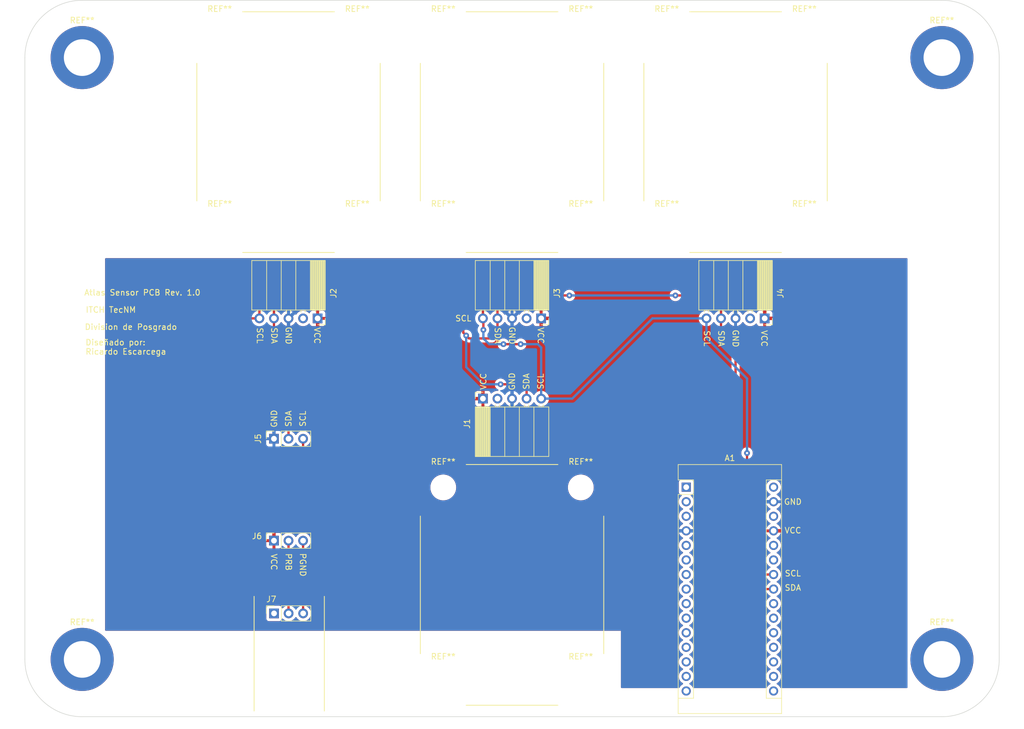
<source format=kicad_pcb>
(kicad_pcb (version 20211014) (generator pcbnew)
  (title_block (title "Sensores Atlas") (date "2022-05-27") (rev "1") (company "ITCH") (comment 1 "Diseñado por") (comment 2 "Ricardo Escarcega C."))
  (layers (0 "F.Cu" signal) (31 "B.Cu" signal) (34 "B.Paste" user) (35 "F.Paste" user) (36 "B.SilkS" user "B.Silkscreen") (37 "F.SilkS" user "F.Silkscreen") (38 "B.Mask" user) (39 "F.Mask" user) (44 "Edge.Cuts" user))
  (net 0 "")
  (net 7 "GND")
  (net 14 "SDA")
  (net 16 "SCL")
  (net 22 "VCC")
  (net 34 "PRB")
  (net 35 "PGND")
  (footprint "Connector_PinSocket_2.54mm:PinSocket_1x05_P2.54mm_Horizontal" (layer "F.Cu") (at 145.92 99.5 90)
    (fp_text reference "J1" (at -4.38 -2.77 90) (layer "F.SilkS"))
    (fp_text value "Conn_01x05")
    (fp_line (start -10.09 3.81) (end -1.46 3.81) (layer "F.SilkS") (width 0.12))
    (fp_line (start -10.09 0.67952) (end -1.46 0.67952) (layer "F.SilkS") (width 0.12))
    (fp_line (start -10.09 -1.33) (end -10.09 11.49) (layer "F.SilkS") (width 0.12))
    (fp_line (start -10.09 -0.26524) (end -1.46 -0.26524) (layer "F.SilkS") (width 0.12))
    (fp_line (start -10.09 1.033805) (end -1.46 1.033805) (layer "F.SilkS") (width 0.12))
    (fp_line (start -1.46 9.8) (end -1.05 9.8) (layer "F.SilkS") (width 0.12))
    (fp_line (start -1.46 7.98) (end -1.05 7.98) (layer "F.SilkS") (width 0.12))
    (fp_line (start -1.46 7.26) (end -1.05 7.26) (layer "F.SilkS") (width 0.12))
    (fp_line (start -10.09 -0.619525) (end -1.46 -0.619525) (layer "F.SilkS") (width 0.12))
    (fp_line (start -10.09 -0.383335) (end -1.46 -0.383335) (layer "F.SilkS") (width 0.12))
    (fp_line (start -10.09 0.91571) (end -1.46 0.91571) (layer "F.SilkS") (width 0.12))
    (fp_line (start -10.09 11.49) (end -1.46 11.49) (layer "F.SilkS") (width 0.12))
    (fp_line (start -10.09 0.20714) (end -1.46 0.20714) (layer "F.SilkS") (width 0.12))
    (fp_line (start -10.09 -1.21) (end -1.46 -1.21) (layer "F.SilkS") (width 0.12))
    (fp_line (start -10.09 -0.73762) (end -1.46 -0.73762) (layer "F.SilkS") (width 0.12))
    (fp_line (start -10.09 8.89) (end -1.46 8.89) (layer "F.SilkS") (width 0.12))
    (fp_line (start -10.09 0.797615) (end -1.46 0.797615) (layer "F.SilkS") (width 0.12))
    (fp_line (start 1.11 -1.33) (end 1.11 0) (layer "F.SilkS") (width 0.12))
    (fp_line (start -10.09 6.35) (end -1.46 6.35) (layer "F.SilkS") (width 0.12))
    (fp_line (start 0 -1.33) (end 1.11 -1.33) (layer "F.SilkS") (width 0.12))
    (fp_line (start -10.09 -0.97381) (end -1.46 -0.97381) (layer "F.SilkS") (width 0.12))
    (fp_line (start -1.46 10.52) (end -1.05 10.52) (layer "F.SilkS") (width 0.12))
    (fp_line (start -10.09 1.1519) (end -1.46 1.1519) (layer "F.SilkS") (width 0.12))
    (fp_line (start -10.09 1.27) (end -1.46 1.27) (layer "F.SilkS") (width 0.12))
    (fp_line (start -10.09 0.561425) (end -1.46 0.561425) (layer "F.SilkS") (width 0.12))
    (fp_line (start -10.09 -0.50143) (end -1.46 -0.50143) (layer "F.SilkS") (width 0.12))
    (fp_line (start -1.46 5.44) (end -1.05 5.44) (layer "F.SilkS") (width 0.12))
    (fp_line (start -1.46 -0.36) (end -1.11 -0.36) (layer "F.SilkS") (width 0.12))
    (fp_line (start -10.09 0.325235) (end -1.46 0.325235) (layer "F.SilkS") (width 0.12))
    (fp_line (start -1.46 2.9) (end -1.05 2.9) (layer "F.SilkS") (width 0.12))
    (fp_line (start -1.46 0.36) (end -1.11 0.36) (layer "F.SilkS") (width 0.12))
    (fp_line (start -1.46 2.18) (end -1.05 2.18) (layer "F.SilkS") (width 0.12))
    (fp_line (start -1.46 4.72) (end -1.05 4.72) (layer "F.SilkS") (width 0.12))
    (fp_line (start -10.09 0.089045) (end -1.46 0.089045) (layer "F.SilkS") (width 0.12))
    (fp_line (start -10.09 -1.091905) (end -1.46 -1.091905) (layer "F.SilkS") (width 0.12))
    (fp_line (start -10.09 -0.147145) (end -1.46 -0.147145) (layer "F.SilkS") (width 0.12))
    (fp_line (start -10.09 -0.02905) (end -1.46 -0.02905) (layer "F.SilkS") (width 0.12))
    (fp_line (start -10.09 -1.33) (end -1.46 -1.33) (layer "F.SilkS") (width 0.12))
    (fp_line (start -10.09 -0.855715) (end -1.46 -0.855715) (layer "F.SilkS") (width 0.12))
    (fp_line (start -10.09 0.44333) (end -1.46 0.44333) (layer "F.SilkS") (width 0.12))
    (fp_line (start -1.46 -1.33) (end -1.46 11.49) (layer "F.SilkS") (width 0.12))
    (pad "1" thru_hole rect locked (at 0 0 90) (size 1.7 1.7) (drill 1) (layers *.Cu *.Mask) (net 22 "VCC"))
    (pad "2" thru_hole oval locked (at 0 2.54 90) (size 1.7 1.7) (drill 1) (layers *.Cu *.Mask))
    (pad "3" thru_hole oval locked (at 0 5.08 90) (size 1.7 1.7) (drill 1) (layers *.Cu *.Mask) (net 7 "GND"))
    (pad "4" thru_hole oval locked (at 0 7.62 90) (size 1.7 1.7) (drill 1) (layers *.Cu *.Mask) (net 14 "SDA"))
    (pad "5" thru_hole oval locked (at 0 10.16 90) (size 1.7 1.7) (drill 1) (layers *.Cu *.Mask) (net 16 "SCL"))
  )
  (footprint "MountingHole:MountingHole_3.5mm" (layer "F.Cu") (at 178 70)
    (fp_text reference "REF**" (at 0 -4.5) (layer "F.SilkS"))
    (fp_text value "MountingHole_3.5mm")
    (pad "" np_thru_hole circle locked (at 0 0) (size 3.5 3.5) (drill 3.5) (layers *.Cu *.Mask))
  )
  (footprint "MountingHole:MountingHole_3.5mm" (layer "F.Cu") (at 124 70)
    (fp_text reference "REF**" (at 0 -4.5) (layer "F.SilkS"))
    (fp_text value "MountingHole_3.5mm")
    (pad "" np_thru_hole circle locked (at 0 0) (size 3.5 3.5) (drill 3.5) (layers *.Cu *.Mask))
  )
  (footprint "MountingHole:MountingHole_3.5mm" (layer "F.Cu") (at 139 115)
    (fp_text reference "REF**" (at 0 -4.5) (layer "F.SilkS"))
    (fp_text value "MountingHole_3.5mm")
    (pad "" np_thru_hole circle locked (at 0 0) (size 3.5 3.5) (drill 3.5) (layers *.Cu *.Mask))
  )
  (footprint "MountingHole:MountingHole_3.5mm" (layer "F.Cu") (at 202 36)
    (fp_text reference "REF**" (at 0 -4.5) (layer "F.SilkS"))
    (fp_text value "MountingHole_3.5mm")
    (pad "" np_thru_hole circle locked (at 0 0) (size 3.5 3.5) (drill 3.5) (layers *.Cu *.Mask))
  )
  (footprint "Module:Arduino_Nano" (layer "F.Cu") (at 181.39 114.95)
    (fp_text reference "A1" (at 7.62 -5.08) (layer "F.SilkS"))
    (fp_text value "Arduino_Nano_Every")
    (fp_line (start 13.97 -1.27) (end 13.97 36.83) (layer "F.SilkS") (width 0.12))
    (fp_line (start 1.27 1.27) (end 1.27 -1.27) (layer "F.SilkS") (width 0.12))
    (fp_line (start 1.27 -1.27) (end -1.4 -1.27) (layer "F.SilkS") (width 0.12))
    (fp_line (start -1.4 39.5) (end 16.64 39.5) (layer "F.SilkS") (width 0.12))
    (fp_line (start 13.97 -1.27) (end 16.64 -1.27) (layer "F.SilkS") (width 0.12))
    (fp_line (start 1.27 1.27) (end 1.27 36.83) (layer "F.SilkS") (width 0.12))
    (fp_line (start 1.27 36.83) (end -1.4 36.83) (layer "F.SilkS") (width 0.12))
    (fp_line (start 16.64 -3.94) (end -1.4 -3.94) (layer "F.SilkS") (width 0.12))
    (fp_line (start 13.97 36.83) (end 16.64 36.83) (layer "F.SilkS") (width 0.12))
    (fp_line (start -1.4 -3.94) (end -1.4 -1.27) (layer "F.SilkS") (width 0.12))
    (fp_line (start 16.64 39.5) (end 16.64 -3.94) (layer "F.SilkS") (width 0.12))
    (fp_line (start -1.4 1.27) (end -1.4 39.5) (layer "F.SilkS") (width 0.12))
    (fp_line (start 1.27 1.27) (end -1.4 1.27) (layer "F.SilkS") (width 0.12))
    (pad "1" thru_hole rect locked (at 0 0) (size 1.6 1.6) (drill 1) (layers *.Cu *.Mask))
    (pad "2" thru_hole oval locked (at 0 2.54) (size 1.6 1.6) (drill 1) (layers *.Cu *.Mask))
    (pad "3" thru_hole oval locked (at 0 5.08) (size 1.6 1.6) (drill 1) (layers *.Cu *.Mask))
    (pad "4" thru_hole oval locked (at 0 7.62) (size 1.6 1.6) (drill 1) (layers *.Cu *.Mask) (net 7 "GND"))
    (pad "5" thru_hole oval locked (at 0 10.16) (size 1.6 1.6) (drill 1) (layers *.Cu *.Mask))
    (pad "6" thru_hole oval locked (at 0 12.7) (size 1.6 1.6) (drill 1) (layers *.Cu *.Mask))
    (pad "7" thru_hole oval locked (at 0 15.24) (size 1.6 1.6) (drill 1) (layers *.Cu *.Mask))
    (pad "8" thru_hole oval locked (at 0 17.78) (size 1.6 1.6) (drill 1) (layers *.Cu *.Mask))
    (pad "9" thru_hole oval locked (at 0 20.32) (size 1.6 1.6) (drill 1) (layers *.Cu *.Mask))
    (pad "10" thru_hole oval locked (at 0 22.86) (size 1.6 1.6) (drill 1) (layers *.Cu *.Mask))
    (pad "11" thru_hole oval locked (at 0 25.4) (size 1.6 1.6) (drill 1) (layers *.Cu *.Mask))
    (pad "12" thru_hole oval locked (at 0 27.94) (size 1.6 1.6) (drill 1) (layers *.Cu *.Mask))
    (pad "13" thru_hole oval locked (at 0 30.48) (size 1.6 1.6) (drill 1) (layers *.Cu *.Mask))
    (pad "14" thru_hole oval locked (at 0 33.02) (size 1.6 1.6) (drill 1) (layers *.Cu *.Mask))
    (pad "15" thru_hole oval locked (at 0 35.56) (size 1.6 1.6) (drill 1) (layers *.Cu *.Mask))
    (pad "16" thru_hole oval locked (at 15.24 35.56) (size 1.6 1.6) (drill 1) (layers *.Cu *.Mask))
    (pad "17" thru_hole oval locked (at 15.24 33.02) (size 1.6 1.6) (drill 1) (layers *.Cu *.Mask))
    (pad "18" thru_hole oval locked (at 15.24 30.48) (size 1.6 1.6) (drill 1) (layers *.Cu *.Mask))
    (pad "19" thru_hole oval locked (at 15.24 27.94) (size 1.6 1.6) (drill 1) (layers *.Cu *.Mask))
    (pad "20" thru_hole oval locked (at 15.24 25.4) (size 1.6 1.6) (drill 1) (layers *.Cu *.Mask))
    (pad "21" thru_hole oval locked (at 15.24 22.86) (size 1.6 1.6) (drill 1) (layers *.Cu *.Mask))
    (pad "22" thru_hole oval locked (at 15.24 20.32) (size 1.6 1.6) (drill 1) (layers *.Cu *.Mask))
    (pad "23" thru_hole oval locked (at 15.24 17.78) (size 1.6 1.6) (drill 1) (layers *.Cu *.Mask) (net 14 "SDA"))
    (pad "24" thru_hole oval locked (at 15.24 15.24) (size 1.6 1.6) (drill 1) (layers *.Cu *.Mask) (net 16 "SCL"))
    (pad "25" thru_hole oval locked (at 15.24 12.7) (size 1.6 1.6) (drill 1) (layers *.Cu *.Mask))
    (pad "26" thru_hole oval locked (at 15.24 10.16) (size 1.6 1.6) (drill 1) (layers *.Cu *.Mask))
    (pad "27" thru_hole oval locked (at 15.24 7.62) (size 1.6 1.6) (drill 1) (layers *.Cu *.Mask) (net 22 "VCC"))
    (pad "28" thru_hole oval locked (at 15.24 5.08) (size 1.6 1.6) (drill 1) (layers *.Cu *.Mask))
    (pad "29" thru_hole oval locked (at 15.24 2.54) (size 1.6 1.6) (drill 1) (layers *.Cu *.Mask) (net 7 "GND"))
    (pad "30" thru_hole oval locked (at 15.24 0) (size 1.6 1.6) (drill 1) (layers *.Cu *.Mask))
  )
  (footprint "Connector_PinSocket_2.54mm:PinSocket_1x05_P2.54mm_Horizontal" (layer "F.Cu") (at 117.08 85.5 -90)
    (fp_text reference "J2" (at -4.38 -2.77 90) (layer "F.SilkS"))
    (fp_text value "Conn_01x05")
    (fp_line (start -10.09 -1.33) (end -1.46 -1.33) (layer "F.SilkS") (width 0.12))
    (fp_line (start -10.09 -1.21) (end -1.46 -1.21) (layer "F.SilkS") (width 0.12))
    (fp_line (start -1.46 7.98) (end -1.05 7.98) (layer "F.SilkS") (width 0.12))
    (fp_line (start -10.09 -0.26524) (end -1.46 -0.26524) (layer "F.SilkS") (width 0.12))
    (fp_line (start -10.09 -0.619525) (end -1.46 -0.619525) (layer "F.SilkS") (width 0.12))
    (fp_line (start -10.09 6.35) (end -1.46 6.35) (layer "F.SilkS") (width 0.12))
    (fp_line (start -10.09 0.44333) (end -1.46 0.44333) (layer "F.SilkS") (width 0.12))
    (fp_line (start -10.09 -0.97381) (end -1.46 -0.97381) (layer "F.SilkS") (width 0.12))
    (fp_line (start -10.09 3.81) (end -1.46 3.81) (layer "F.SilkS") (width 0.12))
    (fp_line (start -1.46 2.18) (end -1.05 2.18) (layer "F.SilkS") (width 0.12))
    (fp_line (start -10.09 -0.73762) (end -1.46 -0.73762) (layer "F.SilkS") (width 0.12))
    (fp_line (start -10.09 8.89) (end -1.46 8.89) (layer "F.SilkS") (width 0.12))
    (fp_line (start -10.09 -0.147145) (end -1.46 -0.147145) (layer "F.SilkS") (width 0.12))
    (fp_line (start -10.09 11.49) (end -1.46 11.49) (layer "F.SilkS") (width 0.12))
    (fp_line (start -10.09 0.325235) (end -1.46 0.325235) (layer "F.SilkS") (width 0.12))
    (fp_line (start -1.46 10.52) (end -1.05 10.52) (layer "F.SilkS") (width 0.12))
    (fp_line (start -10.09 -0.50143) (end -1.46 -0.50143) (layer "F.SilkS") (width 0.12))
    (fp_line (start -10.09 1.27) (end -1.46 1.27) (layer "F.SilkS") (width 0.12))
    (fp_line (start 0 -1.33) (end 1.11 -1.33) (layer "F.SilkS") (width 0.12))
    (fp_line (start -10.09 1.033805) (end -1.46 1.033805) (layer "F.SilkS") (width 0.12))
    (fp_line (start -10.09 0.089045) (end -1.46 0.089045) (layer "F.SilkS") (width 0.12))
    (fp_line (start -10.09 0.20714) (end -1.46 0.20714) (layer "F.SilkS") (width 0.12))
    (fp_line (start -10.09 -0.855715) (end -1.46 -0.855715) (layer "F.SilkS") (width 0.12))
    (fp_line (start -1.46 0.36) (end -1.11 0.36) (layer "F.SilkS") (width 0.12))
    (fp_line (start -1.46 4.72) (end -1.05 4.72) (layer "F.SilkS") (width 0.12))
    (fp_line (start -1.46 -0.36) (end -1.11 -0.36) (layer "F.SilkS") (width 0.12))
    (fp_line (start -1.46 5.44) (end -1.05 5.44) (layer "F.SilkS") (width 0.12))
    (fp_line (start -10.09 -0.02905) (end -1.46 -0.02905) (layer "F.SilkS") (width 0.12))
    (fp_line (start -10.09 0.67952) (end -1.46 0.67952) (layer "F.SilkS") (width 0.12))
    (fp_line (start -10.09 0.797615) (end -1.46 0.797615) (layer "F.SilkS") (width 0.12))
    (fp_line (start -1.46 2.9) (end -1.05 2.9) (layer "F.SilkS") (width 0.12))
    (fp_line (start -10.09 -0.383335) (end -1.46 -0.383335) (layer "F.SilkS") (width 0.12))
    (fp_line (start -10.09 0.91571) (end -1.46 0.91571) (layer "F.SilkS") (width 0.12))
    (fp_line (start -10.09 -1.33) (end -10.09 11.49) (layer "F.SilkS") (width 0.12))
    (fp_line (start -1.46 7.26) (end -1.05 7.26) (layer "F.SilkS") (width 0.12))
    (fp_line (start -10.09 1.1519) (end -1.46 1.1519) (layer "F.SilkS") (width 0.12))
    (fp_line (start 1.11 -1.33) (end 1.11 0) (layer "F.SilkS") (width 0.12))
    (fp_line (start -10.09 0.561425) (end -1.46 0.561425) (layer "F.SilkS") (width 0.12))
    (fp_line (start -1.46 -1.33) (end -1.46 11.49) (layer "F.SilkS") (width 0.12))
    (fp_line (start -10.09 -1.091905) (end -1.46 -1.091905) (layer "F.SilkS") (width 0.12))
    (fp_line (start -1.46 9.8) (end -1.05 9.8) (layer "F.SilkS") (width 0.12))
    (pad "1" thru_hole rect locked (at 0 0 270) (size 1.7 1.7) (drill 1) (layers *.Cu *.Mask) (net 22 "VCC"))
    (pad "2" thru_hole oval locked (at 0 2.54 270) (size 1.7 1.7) (drill 1) (layers *.Cu *.Mask))
    (pad "3" thru_hole oval locked (at 0 5.08 270) (size 1.7 1.7) (drill 1) (layers *.Cu *.Mask) (net 7 "GND"))
    (pad "4" thru_hole oval locked (at 0 7.62 270) (size 1.7 1.7) (drill 1) (layers *.Cu *.Mask) (net 14 "SDA"))
    (pad "5" thru_hole oval locked (at 0 10.16 270) (size 1.7 1.7) (drill 1) (layers *.Cu *.Mask) (net 16 "SCL"))
  )
  (footprint "MountingHole:MountingHole_3.5mm" (layer "F.Cu") (at 202 70)
    (fp_text reference "REF**" (at 0 -4.5) (layer "F.SilkS"))
    (fp_text value "MountingHole_3.5mm")
    (pad "" np_thru_hole circle locked (at 0 0) (size 3.5 3.5) (drill 3.5) (layers *.Cu *.Mask))
  )
  (footprint "MountingHole:MountingHole_3.5mm" (layer "F.Cu") (at 124 36)
    (fp_text reference "REF**" (at 0 -4.5) (layer "F.SilkS"))
    (fp_text value "MountingHole_3.5mm")
    (pad "" np_thru_hole circle locked (at 0 0) (size 3.5 3.5) (drill 3.5) (layers *.Cu *.Mask))
  )
  (footprint "MountingHole:MountingHole_3.5mm" (layer "F.Cu") (at 163 70)
    (fp_text reference "REF**" (at 0 -4.5) (layer "F.SilkS"))
    (fp_text value "MountingHole_3.5mm")
    (pad "" np_thru_hole circle locked (at 0 0) (size 3.5 3.5) (drill 3.5) (layers *.Cu *.Mask))
  )
  (footprint "MountingHole:MountingHole_6.4mm_M6_DIN965_Pad" (layer "F.Cu") (at 76 145)
    (fp_text reference "REF**" (at 0 -6.5) (layer "F.SilkS"))
    (fp_text value "MountingHole_6.4mm_M6_DIN965_Pad")
    (pad "1" thru_hole circle locked (at 0 0) (size 11 11) (drill 6.4) (layers *.Cu *.Mask))
  )
  (footprint "MountingHole:MountingHole_3.5mm" (layer "F.Cu") (at 163 36)
    (fp_text reference "REF**" (at 0 -4.5) (layer "F.SilkS"))
    (fp_text value "MountingHole_3.5mm")
    (pad "" np_thru_hole circle locked (at 0 0) (size 3.5 3.5) (drill 3.5) (layers *.Cu *.Mask))
  )
  (footprint "Connector_PinSocket_2.54mm:PinSocket_1x05_P2.54mm_Horizontal" (layer "F.Cu") (at 195.08 85.5 -90)
    (fp_text reference "J4" (at -4.38 -2.77 90) (layer "F.SilkS"))
    (fp_text value "Conn_01x05")
    (fp_line (start -1.46 5.44) (end -1.05 5.44) (layer "F.SilkS") (width 0.12))
    (fp_line (start -10.09 -1.21) (end -1.46 -1.21) (layer "F.SilkS") (width 0.12))
    (fp_line (start -10.09 6.35) (end -1.46 6.35) (layer "F.SilkS") (width 0.12))
    (fp_line (start -1.46 -1.33) (end -1.46 11.49) (layer "F.SilkS") (width 0.12))
    (fp_line (start -1.46 9.8) (end -1.05 9.8) (layer "F.SilkS") (width 0.12))
    (fp_line (start -10.09 -0.02905) (end -1.46 -0.02905) (layer "F.SilkS") (width 0.12))
    (fp_line (start -1.46 0.36) (end -1.11 0.36) (layer "F.SilkS") (width 0.12))
    (fp_line (start -10.09 0.44333) (end -1.46 0.44333) (layer "F.SilkS") (width 0.12))
    (fp_line (start -10.09 -0.26524) (end -1.46 -0.26524) (layer "F.SilkS") (width 0.12))
    (fp_line (start -10.09 -1.33) (end -1.46 -1.33) (layer "F.SilkS") (width 0.12))
    (fp_line (start -10.09 -1.091905) (end -1.46 -1.091905) (layer "F.SilkS") (width 0.12))
    (fp_line (start -10.09 -1.33) (end -10.09 11.49) (layer "F.SilkS") (width 0.12))
    (fp_line (start -10.09 0.561425) (end -1.46 0.561425) (layer "F.SilkS") (width 0.12))
    (fp_line (start -10.09 8.89) (end -1.46 8.89) (layer "F.SilkS") (width 0.12))
    (fp_line (start -10.09 -0.383335) (end -1.46 -0.383335) (layer "F.SilkS") (width 0.12))
    (fp_line (start 1.11 -1.33) (end 1.11 0) (layer "F.SilkS") (width 0.12))
    (fp_line (start -10.09 3.81) (end -1.46 3.81) (layer "F.SilkS") (width 0.12))
    (fp_line (start -1.46 10.52) (end -1.05 10.52) (layer "F.SilkS") (width 0.12))
    (fp_line (start -1.46 2.18) (end -1.05 2.18) (layer "F.SilkS") (width 0.12))
    (fp_line (start -10.09 0.91571) (end -1.46 0.91571) (layer "F.SilkS") (width 0.12))
    (fp_line (start -1.46 -0.36) (end -1.11 -0.36) (layer "F.SilkS") (width 0.12))
    (fp_line (start -1.46 4.72) (end -1.05 4.72) (layer "F.SilkS") (width 0.12))
    (fp_line (start -10.09 11.49) (end -1.46 11.49) (layer "F.SilkS") (width 0.12))
    (fp_line (start -10.09 0.20714) (end -1.46 0.20714) (layer "F.SilkS") (width 0.12))
    (fp_line (start -10.09 0.67952) (end -1.46 0.67952) (layer "F.SilkS") (width 0.12))
    (fp_line (start -10.09 -0.73762) (end -1.46 -0.73762) (layer "F.SilkS") (width 0.12))
    (fp_line (start -10.09 -0.147145) (end -1.46 -0.147145) (layer "F.SilkS") (width 0.12))
    (fp_line (start -10.09 -0.619525) (end -1.46 -0.619525) (layer "F.SilkS") (width 0.12))
    (fp_line (start -10.09 1.1519) (end -1.46 1.1519) (layer "F.SilkS") (width 0.12))
    (fp_line (start -1.46 7.98) (end -1.05 7.98) (layer "F.SilkS") (width 0.12))
    (fp_line (start -10.09 0.089045) (end -1.46 0.089045) (layer "F.SilkS") (width 0.12))
    (fp_line (start -10.09 -0.855715) (end -1.46 -0.855715) (layer "F.SilkS") (width 0.12))
    (fp_line (start -10.09 1.033805) (end -1.46 1.033805) (layer "F.SilkS") (width 0.12))
    (fp_line (start -10.09 1.27) (end -1.46 1.27) (layer "F.SilkS") (width 0.12))
    (fp_line (start -10.09 -0.97381) (end -1.46 -0.97381) (layer "F.SilkS") (width 0.12))
    (fp_line (start -1.46 2.9) (end -1.05 2.9) (layer "F.SilkS") (width 0.12))
    (fp_line (start -10.09 -0.50143) (end -1.46 -0.50143) (layer "F.SilkS") (width 0.12))
    (fp_line (start -10.09 0.325235) (end -1.46 0.325235) (layer "F.SilkS") (width 0.12))
    (fp_line (start -10.09 0.797615) (end -1.46 0.797615) (layer "F.SilkS") (width 0.12))
    (fp_line (start -1.46 7.26) (end -1.05 7.26) (layer "F.SilkS") (width 0.12))
    (fp_line (start 0 -1.33) (end 1.11 -1.33) (layer "F.SilkS") (width 0.12))
    (pad "1" thru_hole rect locked (at 0 0 270) (size 1.7 1.7) (drill 1) (layers *.Cu *.Mask) (net 22 "VCC"))
    (pad "2" thru_hole oval locked (at 0 2.54 270) (size 1.7 1.7) (drill 1) (layers *.Cu *.Mask))
    (pad "3" thru_hole oval locked (at 0 5.08 270) (size 1.7 1.7) (drill 1) (layers *.Cu *.Mask) (net 7 "GND"))
    (pad "4" thru_hole oval locked (at 0 7.62 270) (size 1.7 1.7) (drill 1) (layers *.Cu *.Mask) (net 14 "SDA"))
    (pad "5" thru_hole oval locked (at 0 10.16 270) (size 1.7 1.7) (drill 1) (layers *.Cu *.Mask) (net 16 "SCL"))
  )
  (footprint "MountingHole:MountingHole_3.5mm" (layer "F.Cu") (at 139 36)
    (fp_text reference "REF**" (at 0 -4.5) (layer "F.SilkS"))
    (fp_text value "MountingHole_3.5mm")
    (pad "" np_thru_hole circle locked (at 0 0) (size 3.5 3.5) (drill 3.5) (layers *.Cu *.Mask))
  )
  (footprint "MountingHole:MountingHole_3.5mm" (layer "F.Cu") (at 100 70)
    (fp_text reference "REF**" (at 0 -4.5) (layer "F.SilkS"))
    (fp_text value "MountingHole_3.5mm")
    (pad "" np_thru_hole circle locked (at 0 0) (size 3.5 3.5) (drill 3.5) (layers *.Cu *.Mask))
  )
  (footprint "MountingHole:MountingHole_3.5mm" (layer "F.Cu") (at 163 149)
    (fp_text reference "REF**" (at 0 -4.5) (layer "F.SilkS"))
    (fp_text value "MountingHole_3.5mm")
    (pad "" np_thru_hole circle locked (at 0 0) (size 3.5 3.5) (drill 3.5) (layers *.Cu *.Mask))
  )
  (footprint "MountingHole:MountingHole_3.5mm" (layer "F.Cu") (at 163 115)
    (fp_text reference "REF**" (at 0 -4.5) (layer "F.SilkS"))
    (fp_text value "MountingHole_3.5mm")
    (pad "" np_thru_hole circle locked (at 0 0) (size 3.5 3.5) (drill 3.5) (layers *.Cu *.Mask))
  )
  (footprint "MountingHole:MountingHole_3.5mm" (layer "F.Cu") (at 139 149)
    (fp_text reference "REF**" (at 0 -4.5) (layer "F.SilkS"))
    (fp_text value "MountingHole_3.5mm")
    (pad "" np_thru_hole circle locked (at 0 0) (size 3.5 3.5) (drill 3.5) (layers *.Cu *.Mask))
  )
  (footprint "MountingHole:MountingHole_6.4mm_M6_DIN965_Pad" (layer "F.Cu") (at 226 40)
    (fp_text reference "REF**" (at 0 -6.5) (layer "F.SilkS"))
    (fp_text value "MountingHole_6.4mm_M6_DIN965_Pad")
    (pad "1" thru_hole circle locked (at 0 0) (size 11 11) (drill 6.4) (layers *.Cu *.Mask))
  )
  (footprint "Connector_PinSocket_2.54mm:PinSocket_1x03_P2.54mm_Vertical" (layer "F.Cu") (at 109.46 106.5 90)
    (fp_text reference "J5" (at 0 -2.77 90) (layer "F.SilkS"))
    (fp_text value "Conn_01x03")
    (fp_line (start -1.33 6.41) (end 1.33 6.41) (layer "F.SilkS") (width 0.12))
    (fp_line (start 1.33 -1.33) (end 1.33 0) (layer "F.SilkS") (width 0.12))
    (fp_line (start -1.33 1.27) (end -1.33 6.41) (layer "F.SilkS") (width 0.12))
    (fp_line (start 0 -1.33) (end 1.33 -1.33) (layer "F.SilkS") (width 0.12))
    (fp_line (start 1.33 1.27) (end 1.33 6.41) (layer "F.SilkS") (width 0.12))
    (fp_line (start -1.33 1.27) (end 1.33 1.27) (layer "F.SilkS") (width 0.12))
    (pad "1" thru_hole rect locked (at 0 0 90) (size 1.7 1.7) (drill 1) (layers *.Cu *.Mask) (net 7 "GND"))
    (pad "2" thru_hole oval locked (at 0 2.54 90) (size 1.7 1.7) (drill 1) (layers *.Cu *.Mask) (net 14 "SDA"))
    (pad "3" thru_hole oval locked (at 0 5.08 90) (size 1.7 1.7) (drill 1) (layers *.Cu *.Mask) (net 16 "SCL"))
  )
  (footprint "MountingHole:MountingHole_3.5mm" (layer "F.Cu") (at 178 36)
    (fp_text reference "REF**" (at 0 -4.5) (layer "F.SilkS"))
    (fp_text value "MountingHole_3.5mm")
    (pad "" np_thru_hole circle locked (at 0 0) (size 3.5 3.5) (drill 3.5) (layers *.Cu *.Mask))
  )
  (footprint "Connector_PinSocket_2.54mm:PinSocket_1x05_P2.54mm_Horizontal" (layer "F.Cu") (at 156.08 85.5 -90)
    (fp_text reference "J3" (at -4.38 -2.77 90) (layer "F.SilkS"))
    (fp_text value "Conn_01x05")
    (fp_line (start -10.09 0.44333) (end -1.46 0.44333) (layer "F.SilkS") (width 0.12))
    (fp_line (start -1.46 9.8) (end -1.05 9.8) (layer "F.SilkS") (width 0.12))
    (fp_line (start -10.09 -1.091905) (end -1.46 -1.091905) (layer "F.SilkS") (width 0.12))
    (fp_line (start -1.46 7.26) (end -1.05 7.26) (layer "F.SilkS") (width 0.12))
    (fp_line (start -1.46 0.36) (end -1.11 0.36) (layer "F.SilkS") (width 0.12))
    (fp_line (start -10.09 -0.855715) (end -1.46 -0.855715) (layer "F.SilkS") (width 0.12))
    (fp_line (start -10.09 8.89) (end -1.46 8.89) (layer "F.SilkS") (width 0.12))
    (fp_line (start -10.09 0.91571) (end -1.46 0.91571) (layer "F.SilkS") (width 0.12))
    (fp_line (start -10.09 -1.21) (end -1.46 -1.21) (layer "F.SilkS") (width 0.12))
    (fp_line (start -1.46 4.72) (end -1.05 4.72) (layer "F.SilkS") (width 0.12))
    (fp_line (start -10.09 -0.73762) (end -1.46 -0.73762) (layer "F.SilkS") (width 0.12))
    (fp_line (start -10.09 1.033805) (end -1.46 1.033805) (layer "F.SilkS") (width 0.12))
    (fp_line (start -10.09 0.089045) (end -1.46 0.089045) (layer "F.SilkS") (width 0.12))
    (fp_line (start -10.09 -1.33) (end -10.09 11.49) (layer "F.SilkS") (width 0.12))
    (fp_line (start -10.09 0.20714) (end -1.46 0.20714) (layer "F.SilkS") (width 0.12))
    (fp_line (start -10.09 -0.50143) (end -1.46 -0.50143) (layer "F.SilkS") (width 0.12))
    (fp_line (start -10.09 3.81) (end -1.46 3.81) (layer "F.SilkS") (width 0.12))
    (fp_line (start -10.09 1.1519) (end -1.46 1.1519) (layer "F.SilkS") (width 0.12))
    (fp_line (start -10.09 -0.97381) (end -1.46 -0.97381) (layer "F.SilkS") (width 0.12))
    (fp_line (start -10.09 0.797615) (end -1.46 0.797615) (layer "F.SilkS") (width 0.12))
    (fp_line (start 0 -1.33) (end 1.11 -1.33) (layer "F.SilkS") (width 0.12))
    (fp_line (start -10.09 -0.383335) (end -1.46 -0.383335) (layer "F.SilkS") (width 0.12))
    (fp_line (start -10.09 -0.02905) (end -1.46 -0.02905) (layer "F.SilkS") (width 0.12))
    (fp_line (start -10.09 0.325235) (end -1.46 0.325235) (layer "F.SilkS") (width 0.12))
    (fp_line (start -10.09 -0.147145) (end -1.46 -0.147145) (layer "F.SilkS") (width 0.12))
    (fp_line (start -1.46 10.52) (end -1.05 10.52) (layer "F.SilkS") (width 0.12))
    (fp_line (start -1.46 7.98) (end -1.05 7.98) (layer "F.SilkS") (width 0.12))
    (fp_line (start -10.09 -0.619525) (end -1.46 -0.619525) (layer "F.SilkS") (width 0.12))
    (fp_line (start -10.09 -0.26524) (end -1.46 -0.26524) (layer "F.SilkS") (width 0.12))
    (fp_line (start 1.11 -1.33) (end 1.11 0) (layer "F.SilkS") (width 0.12))
    (fp_line (start -10.09 11.49) (end -1.46 11.49) (layer "F.SilkS") (width 0.12))
    (fp_line (start -1.46 2.18) (end -1.05 2.18) (layer "F.SilkS") (width 0.12))
    (fp_line (start -10.09 1.27) (end -1.46 1.27) (layer "F.SilkS") (width 0.12))
    (fp_line (start -10.09 0.67952) (end -1.46 0.67952) (layer "F.SilkS") (width 0.12))
    (fp_line (start -10.09 -1.33) (end -1.46 -1.33) (layer "F.SilkS") (width 0.12))
    (fp_line (start -1.46 5.44) (end -1.05 5.44) (layer "F.SilkS") (width 0.12))
    (fp_line (start -1.46 2.9) (end -1.05 2.9) (layer "F.SilkS") (width 0.12))
    (fp_line (start -1.46 -1.33) (end -1.46 11.49) (layer "F.SilkS") (width 0.12))
    (fp_line (start -10.09 0.561425) (end -1.46 0.561425) (layer "F.SilkS") (width 0.12))
    (fp_line (start -1.46 -0.36) (end -1.11 -0.36) (layer "F.SilkS") (width 0.12))
    (fp_line (start -10.09 6.35) (end -1.46 6.35) (layer "F.SilkS") (width 0.12))
    (pad "1" thru_hole rect locked (at 0 0 270) (size 1.7 1.7) (drill 1) (layers *.Cu *.Mask) (net 22 "VCC"))
    (pad "2" thru_hole oval locked (at 0 2.54 270) (size 1.7 1.7) (drill 1) (layers *.Cu *.Mask))
    (pad "3" thru_hole oval locked (at 0 5.08 270) (size 1.7 1.7) (drill 1) (layers *.Cu *.Mask) (net 7 "GND"))
    (pad "4" thru_hole oval locked (at 0 7.62 270) (size 1.7 1.7) (drill 1) (layers *.Cu *.Mask) (net 14 "SDA"))
    (pad "5" thru_hole oval locked (at 0 10.16 270) (size 1.7 1.7) (drill 1) (layers *.Cu *.Mask) (net 16 "SCL"))
  )
  (footprint "MountingHole:MountingHole_3.5mm" (layer "F.Cu") (at 100 36)
    (fp_text reference "REF**" (at 0 -4.5) (layer "F.SilkS"))
    (fp_text value "MountingHole_3.5mm")
    (pad "" np_thru_hole circle locked (at 0 0) (size 3.5 3.5) (drill 3.5) (layers *.Cu *.Mask))
  )
  (footprint "MountingHole:MountingHole_6.4mm_M6_DIN965_Pad" (layer "F.Cu") (at 76 40)
    (fp_text reference "REF**" (at 0 -6.5) (layer "F.SilkS"))
    (fp_text value "MountingHole_6.4mm_M6_DIN965_Pad")
    (pad "1" thru_hole circle locked (at 0 0) (size 11 11) (drill 6.4) (layers *.Cu *.Mask))
  )
  (footprint "Connector_PinSocket_2.54mm:PinSocket_1x03_P2.54mm_Vertical" (layer "F.Cu") (at 109.46 124.28 90)
    (fp_text reference "J6" (at 0.78 -2.96) (layer "F.SilkS"))
    (fp_text value "Conn_01x03")
    (fp_line (start 0 -1.33) (end 1.33 -1.33) (layer "F.SilkS") (width 0.12))
    (fp_line (start -1.33 6.41) (end 1.33 6.41) (layer "F.SilkS") (width 0.12))
    (fp_line (start 1.33 1.27) (end 1.33 6.41) (layer "F.SilkS") (width 0.12))
    (fp_line (start -1.33 1.27) (end -1.33 6.41) (layer "F.SilkS") (width 0.12))
    (fp_line (start 1.33 -1.33) (end 1.33 0) (layer "F.SilkS") (width 0.12))
    (fp_line (start -1.33 1.27) (end 1.33 1.27) (layer "F.SilkS") (width 0.12))
    (pad "1" thru_hole rect locked (at 0 0 90) (size 1.7 1.7) (drill 1) (layers *.Cu *.Mask) (net 22 "VCC"))
    (pad "2" thru_hole oval locked (at 0 2.54 90) (size 1.7 1.7) (drill 1) (layers *.Cu *.Mask) (net 34 "PRB"))
    (pad "3" thru_hole oval locked (at 0 5.08 90) (size 1.7 1.7) (drill 1) (layers *.Cu *.Mask) (net 35 "PGND"))
  )
  (footprint "MountingHole:MountingHole_3.5mm" (layer "F.Cu") (at 139 70)
    (fp_text reference "REF**" (at 0 -4.5) (layer "F.SilkS"))
    (fp_text value "MountingHole_3.5mm")
    (pad "" np_thru_hole circle locked (at 0 0) (size 3.5 3.5) (drill 3.5) (layers *.Cu *.Mask))
  )
  (footprint "MountingHole:MountingHole_6.4mm_M6_DIN965_Pad" (layer "F.Cu") (at 226 145)
    (fp_text reference "REF**" (at 0 -6.5) (layer "F.SilkS"))
    (fp_text value "MountingHole_6.4mm_M6_DIN965_Pad")
    (pad "1" thru_hole circle locked (at 0 0) (size 11 11) (drill 6.4) (layers *.Cu *.Mask))
  )
  (footprint "Connector_PinSocket_2.54mm:PinSocket_1x03_P2.54mm_Vertical" (layer "F.Cu") (at 109.475 136.975 90)
    (fp_text reference "J7" (at 2.475 -0.475 180) (layer "F.SilkS"))
    (fp_text value "Conn_01x03")
    (fp_line (start 1.33 1.27) (end 1.33 6.41) (layer "F.SilkS") (width 0.12))
    (fp_line (start -1.33 1.27) (end -1.33 6.41) (layer "F.SilkS") (width 0.12))
    (fp_line (start -1.33 6.41) (end 1.33 6.41) (layer "F.SilkS") (width 0.12))
    (fp_line (start 1.33 -1.33) (end 1.33 0) (layer "F.SilkS") (width 0.12))
    (fp_line (start -1.33 1.27) (end 1.33 1.27) (layer "F.SilkS") (width 0.12))
    (fp_line (start 0 -1.33) (end 1.33 -1.33) (layer "F.SilkS") (width 0.12))
    (pad "1" thru_hole rect locked (at 0 0 90) (size 1.7 1.7) (drill 1) (layers *.Cu *.Mask))
    (pad "2" thru_hole oval locked (at 0 2.54 90) (size 1.7 1.7) (drill 1) (layers *.Cu *.Mask) (net 34 "PRB"))
    (pad "3" thru_hole oval locked (at 0 5.08 90) (size 1.7 1.7) (drill 1) (layers *.Cu *.Mask) (net 35 "PGND"))
  )
  (gr_line (start 96 41) (end 96 65) (layer "F.SilkS") (width 0.15))
  (gr_line (start 106 134) (end 106 154) (layer "F.SilkS") (width 0.15))
  (gr_line (start 143 111) (end 159 111) (layer "F.SilkS") (width 0.15))
  (gr_line (start 118.25 134) (end 118.25 154) (layer "F.SilkS") (width 0.15))
  (gr_line (start 143 32) (end 159 32) (layer "F.SilkS") (width 0.15))
  (gr_line (start 143 74) (end 159 74) (layer "F.SilkS") (width 0.15))
  (gr_line (start 182 74) (end 198 74) (layer "F.SilkS") (width 0.15))
  (gr_line (start 167 41) (end 167 65) (layer "F.SilkS") (width 0.15))
  (gr_line (start 135 120) (end 135 144) (layer "F.SilkS") (width 0.15))
  (gr_line (start 128 41) (end 128 65) (layer "F.SilkS") (width 0.15))
  (gr_line (start 104 74) (end 120 74) (layer "F.SilkS") (width 0.15))
  (gr_line (start 143 153) (end 159 153) (layer "F.SilkS") (width 0.15))
  (gr_line (start 104 32) (end 120 32) (layer "F.SilkS") (width 0.15))
  (gr_line (start 206 41) (end 206 65) (layer "F.SilkS") (width 0.15))
  (gr_line (start 167 120) (end 167 144) (layer "F.SilkS") (width 0.15))
  (gr_line (start 135 41) (end 135 65) (layer "F.SilkS") (width 0.15))
  (gr_line (start 174 41) (end 174 65) (layer "F.SilkS") (width 0.15))
  (gr_line (start 182 32) (end 198 32) (layer "F.SilkS") (width 0.15))
  (gr_arc (start 76 155) (mid 68.928932 152.071068) (end 66 145) (layer "Edge.Cuts") (width 0.1))
  (gr_line (start 236 145) (end 236 40) (layer "Edge.Cuts") (width 0.1))
  (gr_arc (start 226 30) (mid 233.071068 32.928932) (end 236 40) (layer "Edge.Cuts") (width 0.1))
  (gr_arc (start 236 145) (mid 233.071068 152.071068) (end 226 155) (layer "Edge.Cuts") (width 0.1))
  (gr_line (start 66 40) (end 66 145) (layer "Edge.Cuts") (width 0.1))
  (gr_line (start 226 30) (end 76 30) (layer "Edge.Cuts") (width 0.1))
  (gr_arc (start 66 40) (mid 68.928932 32.928932) (end 76 30) (layer "Edge.Cuts") (width 0.1))
  (gr_line (start 76 155) (end 226 155) (layer "Edge.Cuts") (width 0.1))
  (gr_text "Rev. 1.0" (at 93.5 81) (layer "F.SilkS") (effects (font (size 1 1))))
  (gr_text "SDA" (at 200 132.5) (layer "F.SilkS") (effects (font (size 1 1))))
  (gr_text "GND" (at 151 96.5 90) (layer "F.SilkS") (effects (font (size 1 1))))
  (gr_text "GND" (at 200 117.5) (layer "F.SilkS") (effects (font (size 1 1))))
  (gr_text "SCL" (at 156 96.5 90) (layer "F.SilkS") (effects (font (size 1 1))))
  (gr_text "VCC" (at 117 88.5 270) (layer "F.SilkS") (effects (font (size 1 1))))
  (gr_text "SCL" (at 142.5 85.5) (layer "F.SilkS") (effects (font (size 1 1))))
  (gr_text "GND" (at 109.5 103 90) (layer "F.SilkS") (effects (font (size 1 1))))
  (gr_text "VCC" (at 200 122.5) (layer "F.SilkS") (effects (font (size 1 1))))
  (gr_text "SCL" (at 200 130) (layer "F.SilkS") (effects (font (size 1 1))))
  (gr_text "VCC" (at 146 96.5 90) (layer "F.SilkS") (effects (font (size 1 1))))
  (gr_text "Diseñado por:\nRicardo Escarcega" (at 76.5 90.5) (layer "F.SilkS") (effects (font (size 1 1)) (justify left)))
  (gr_text "GND" (at 151 88.5 270) (layer "F.SilkS") (effects (font (size 1 1))))
  (gr_text "PGND" (at 114.5 128.5 270) (layer "F.SilkS") (effects (font (size 1 1))))
  (gr_text "GND" (at 112 88.5 270) (layer "F.SilkS") (effects (font (size 1 1))))
  (gr_text "SDA" (at 187.5 89 270) (layer "F.SilkS") (effects (font (size 1 1))))
  (gr_text "VCC" (at 195 89 270) (layer "F.SilkS") (effects (font (size 1 1))))
  (gr_text "SDA" (at 148.5 88.5 270) (layer "F.SilkS") (effects (font (size 1 1))))
  (gr_text "SCL" (at 107 88.5 270) (layer "F.SilkS") (effects (font (size 1 1))))
  (gr_text "VCC" (at 109.46 128 270) (layer "F.SilkS") (effects (font (size 1 1))))
  (gr_text "SDA" (at 112 103 90) (layer "F.SilkS") (effects (font (size 1 1))))
  (gr_text "PRB" (at 112 128 270) (layer "F.SilkS") (effects (font (size 1 1))))
  (gr_text "VCC" (at 156 88.5 270) (layer "F.SilkS") (effects (font (size 1 1))))
  (gr_text "Atlas Sensor PCB" (at 83 81) (layer "F.SilkS") (effects (font (size 1 1))))
  (gr_text "SDA" (at 109.5 88.5 270) (layer "F.SilkS") (effects (font (size 1 1))))
  (gr_text "GND" (at 190 89 270) (layer "F.SilkS") (effects (font (size 1 1))))
  (gr_text "Division de Posgrado" (at 84.5 87) (layer "F.SilkS") (effects (font (size 1 1))))
  (gr_text "SDA" (at 153.5 96.5 90) (layer "F.SilkS") (effects (font (size 1 1))))
  (gr_text "SCL" (at 114.5 103 90) (layer "F.SilkS") (effects (font (size 1 1))))
  (gr_text "ITCH TecNM" (at 81 84) (layer "F.SilkS") (effects (font (size 1 1))))
  (gr_text "SCL" (at 185 89 270) (layer "F.SilkS") (effects (font (size 1 1))))
  (segment (start 151 101.5) (end 152.5 103) (width 0.6) (layer "B.Cu") (net 7))
  (segment (start 151 85.5) (end 148.5 83) (width 0.6) (layer "B.Cu") (net 7))
  (segment (start 148.5 83) (end 114.5 83) (width 0.6) (layer "B.Cu") (net 7))
  (segment (start 114.5 83) (end 112 85.5) (width 0.6) (layer "B.Cu") (net 7))
  (segment (start 109.46 101.04) (end 109.46 106.5) (width 0.6) (layer "B.Cu") (net 7))
  (segment (start 152.5 103) (end 168.5 103) (width 0.6) (layer "B.Cu") (net 7))
  (segment (start 151 85.5) (end 151 99.5) (width 0.6) (layer "B.Cu") (net 7))
  (segment (start 178.07 122.57) (end 181.39 122.57) (width 0.6) (layer "B.Cu") (net 7))
  (segment (start 190 84) (end 190 85.5) (width 0.6) (layer "B.Cu") (net 7))
  (segment (start 112 85.5) (end 112 98.5) (width 0.6) (layer "B.Cu") (net 7))
  (segment (start 112 98.5) (end 109.46 101.04) (width 0.6) (layer "B.Cu") (net 7))
  (segment (start 189 83) (end 190 84) (width 0.6) (layer "B.Cu") (net 7))
  (segment (start 151 85.5) (end 153.5 83) (width 0.6) (layer "B.Cu") (net 7))
  (segment (start 175.5 110) (end 175.5 120) (width 0.6) (layer "B.Cu") (net 7))
  (segment (start 151 99.5) (end 151 101.5) (width 0.6) (layer "B.Cu") (net 7))
  (segment (start 168.5 103) (end 175.5 110) (width 0.6) (layer "B.Cu") (net 7))
  (segment (start 186.93 122.57) (end 192.01 117.49) (width 0.6) (layer "B.Cu") (net 7))
  (segment (start 175.5 120) (end 178.07 122.57) (width 0.6) (layer "B.Cu") (net 7))
  (segment (start 153.5 83) (end 189 83) (width 0.6) (layer "B.Cu") (net 7))
  (segment (start 181.39 122.57) (end 186.93 122.57) (width 0.6) (layer "B.Cu") (net 7))
  (segment (start 192.01 117.49) (end 196.63 117.49) (width 0.6) (layer "B.Cu") (net 7))
  (segment (start 142.5 84) (end 139.5 81) (width 0.4) (layer "F.Cu") (net 14))
  (segment (start 142.5 88) (end 142.5 84) (width 0.4) (layer "F.Cu") (net 14))
  (segment (start 112 99.5) (end 109.46 96.96) (width 0.4) (layer "F.Cu") (net 14))
  (segment (start 148.46 85.5) (end 148.46 83.04) (width 0.4) (layer "F.Cu") (net 14))
  (segment (start 187.46 88.96) (end 187.46 85.5) (width 0.4) (layer "F.Cu") (net 14))
  (segment (start 143.5 89) (end 143 88.5) (width 0.4) (layer "F.Cu") (net 14))
  (segment (start 196.63 132.73) (end 193.73 132.73) (width 0.4) (layer "F.Cu") (net 14))
  (segment (start 187.5 83) (end 187.46 83.04) (width 0.4) (layer "F.Cu") (net 14))
  (segment (start 147.5 89) (end 143.5 89) (width 0.4) (layer "F.Cu") (net 14))
  (segment (start 153.54 99.5) (end 153.54 97.54) (width 0.4) (layer "F.Cu") (net 14))
  (segment (start 139.5 81) (end 111 81) (width 0.4) (layer "F.Cu") (net 14))
  (segment (start 148.46 85.5) (end 148.46 88.04) (width 0.4) (layer "F.Cu") (net 14))
  (segment (start 190 91.5) (end 187.46 88.96) (width 0.4) (layer "F.Cu") (net 14))
  (segment (start 153 97) (end 149 97) (width 0.4) (layer "F.Cu") (net 14))
  (segment (start 153.54 97.54) (end 153 97) (width 0.4) (layer "F.Cu") (net 14))
  (segment (start 109.46 82.54) (end 109.46 85.5) (width 0.4) (layer "F.Cu") (net 14))
  (segment (start 150 81.5) (end 161 81.5) (width 0.4) (layer "F.Cu") (net 14))
  (segment (start 112 106.5) (end 112 99.5) (width 0.4) (layer "F.Cu") (net 14))
  (segment (start 109.46 96.96) (end 109.46 85.5) (width 0.4) (layer "F.Cu") (net 14))
  (segment (start 148.46 83.04) (end 150 81.5) (width 0.4) (layer "F.Cu") (net 14))
  (segment (start 148.46 88.04) (end 147.5 89) (width 0.4) (layer "F.Cu") (net 14))
  (segment (start 193.73 132.73) (end 190 129) (width 0.4) (layer "F.Cu") (net 14))
  (segment (start 143 88.5) (end 142.5 88) (width 0.4) (layer "F.Cu") (net 14))
  (segment (start 190 129) (end 190 91.5) (width 0.4) (layer "F.Cu") (net 14))
  (segment (start 186 81.5) (end 187.5 83) (width 0.4) (layer "F.Cu") (net 14))
  (segment (start 179.5 81.5) (end 186 81.5) (width 0.4) (layer "F.Cu") (net 14))
  (segment (start 111 81) (end 109.46 82.54) (width 0.4) (layer "F.Cu") (net 14))
  (segment (start 187.46 83.04) (end 187.46 85.5) (width 0.4) (layer "F.Cu") (net 14))
  (via (at 143 88.5) (size 1) (drill 0.4) (layers "F.Cu" "B.Cu") (net 14))
  (via (at 161 81.5) (size 1) (drill 0.4) (layers "F.Cu" "B.Cu") (net 14))
  (via (at 149 97) (size 1) (drill 0.4) (layers "F.Cu" "B.Cu") (net 14))
  (via (at 179.5 81.5) (size 1) (drill 0.4) (layers "F.Cu" "B.Cu") (net 14))
  (segment (start 179.5 81.5) (end 161 81.5) (width 0.4) (layer "B.Cu") (net 14))
  (segment (start 149 97) (end 146 97) (width 0.4) (layer "B.Cu") (net 14))
  (segment (start 146 97) (end 143 94) (width 0.4) (layer "B.Cu") (net 14))
  (segment (start 143 94) (end 143 88.5) (width 0.4) (layer "B.Cu") (net 14))
  (segment (start 193.69 130.19) (end 192 128.5) (width 0.4) (layer "F.Cu") (net 16))
  (segment (start 114.54 106.5) (end 114.54 108.96) (width 0.4) (layer "F.Cu") (net 16))
  (segment (start 149.5 90) (end 152.5 90) (width 0.4) (layer "F.Cu") (net 16))
  (segment (start 106 110.5) (end 104 108.5) (width 0.4) (layer "F.Cu") (net 16))
  (segment (start 144 80) (end 108.5 80) (width 0.4) (layer "F.Cu") (net 16))
  (segment (start 104 86.5) (end 105 85.5) (width 0.4) (layer "F.Cu") (net 16))
  (segment (start 108.5 80) (end 106.92 81.58) (width 0.4) (layer "F.Cu") (net 16))
  (segment (start 104 108.5) (end 104 86.5) (width 0.4) (layer "F.Cu") (net 16))
  (segment (start 105 85.5) (end 106.92 85.5) (width 0.4) (layer "F.Cu") (net 16))
  (segment (start 106.92 81.58) (end 106.92 85.5) (width 0.4) (layer "F.Cu") (net 16))
  (segment (start 146 87.5) (end 146 85.58) (width 0.4) (layer "F.Cu") (net 16))
  (segment (start 113 110.5) (end 106 110.5) (width 0.4) (layer "F.Cu") (net 16))
  (segment (start 196.63 130.19) (end 193.69 130.19) (width 0.4) (layer "F.Cu") (net 16))
  (segment (start 146 85.58) (end 145.92 85.5) (width 0.4) (layer "F.Cu") (net 16))
  (segment (start 145.92 81.92) (end 144 80) (width 0.4) (layer "F.Cu") (net 16))
  (segment (start 192 128.5) (end 192 109) (width 0.4) (layer "F.Cu") (net 16))
  (segment (start 145.92 85.5) (end 145.92 81.92) (width 0.4) (layer "F.Cu") (net 16))
  (segment (start 114.54 108.96) (end 113 110.5) (width 0.4) (layer "F.Cu") (net 16))
  (via (at 192 109) (size 1) (drill 0.4) (layers "F.Cu" "B.Cu") (net 16))
  (via (at 152.5 90) (size 1) (drill 0.4) (layers "F.Cu" "B.Cu") (net 16))
  (via (at 146 87.5) (size 1) (drill 0.4) (layers "F.Cu" "B.Cu") (net 16))
  (via (at 149.5 90) (size 1) (drill 0.4) (layers "F.Cu" "B.Cu") (net 16))
  (segment (start 156.08 90.58) (end 155.5 90) (width 0.4) (layer "B.Cu") (net 16))
  (segment (start 175.5 85.5) (end 184.92 85.5) (width 0.4) (layer "B.Cu") (net 16))
  (segment (start 156.08 99.5) (end 161.5 99.5) (width 0.4) (layer "B.Cu") (net 16))
  (segment (start 192 96) (end 184.92 88.92) (width 0.4) (layer "B.Cu") (net 16))
  (segment (start 156.08 99.5) (end 156.08 90.58) (width 0.4) (layer "B.Cu") (net 16))
  (segment (start 146 89) (end 147 90) (width 0.4) (layer "B.Cu") (net 16))
  (segment (start 184.92 88.92) (end 184.92 85.5) (width 0.4) (layer "B.Cu") (net 16))
  (segment (start 147 90) (end 149.5 90) (width 0.4) (layer "B.Cu") (net 16))
  (segment (start 146 87.5) (end 146 89) (width 0.4) (layer "B.Cu") (net 16))
  (segment (start 155.5 90) (end 152.5 90) (width 0.4) (layer "B.Cu") (net 16))
  (segment (start 161.5 99.5) (end 175.5 85.5) (width 0.4) (layer "B.Cu") (net 16))
  (segment (start 192 109) (end 192 96) (width 0.4) (layer "B.Cu") (net 16))
  (segment (start 156.08 85.5) (end 163 85.5) (width 0.6) (layer "F.Cu") (net 22))
  (segment (start 191.5 78) (end 195.08 81.58) (width 0.6) (layer "F.Cu") (net 22))
  (segment (start 128.5 96) (end 119.5 96) (width 0.6) (layer "F.Cu") (net 22))
  (segment (start 111.5 118.5) (end 117.5 118.5) (width 0.6) (layer "F.Cu") (net 22))
  (segment (start 132 99.5) (end 128.5 96) (width 0.6) (layer "F.Cu") (net 22))
  (segment (start 165 80) (end 167 78) (width 0.6) (layer "F.Cu") (net 22))
  (segment (start 167 78) (end 191.5 78) (width 0.6) (layer "F.Cu") (net 22))
  (segment (start 163 85.5) (end 165 83.5) (width 0.6) (layer "F.Cu") (net 22))
  (segment (start 145.92 97.58) (end 145.92 99.5) (width 0.6) (layer "F.Cu") (net 22))
  (segment (start 201 85.5) (end 195.08 85.5) (width 0.6) (layer "F.Cu") (net 22))
  (segment (start 165 83.5) (end 165 80) (width 0.6) (layer "F.Cu") (net 22))
  (segment (start 109.46 124.28) (end 109.46 120.54) (width 0.6) (layer "F.Cu") (net 22))
  (segment (start 156.08 85.5) (end 156.08 91.92) (width 0.6) (layer "F.Cu") (net 22))
  (segment (start 148.5 95) (end 145.92 97.58) (width 0.6) (layer "F.Cu") (net 22))
  (segment (start 202.5 120.5) (end 202.5 87) (width 0.6) (layer "F.Cu") (net 22))
  (segment (start 119.5 92) (end 117.08 89.58) (width 0.6) (layer "F.Cu") (net 22))
  (segment (start 200.43 122.57) (end 202.5 120.5) (width 0.6) (layer "F.Cu") (net 22))
  (segment (start 117.5 118.5) (end 119.5 116.5) (width 0.6) (layer "F.Cu") (net 22))
  (segment (start 196.63 122.57) (end 200.43 122.57) (width 0.6) (layer "F.Cu") (net 22))
  (segment (start 109.46 120.54) (end 111.5 118.5) (width 0.6) (layer "F.Cu") (net 22))
  (segment (start 119.5 116.5) (end 119.5 96) (width 0.6) (layer "F.Cu") (net 22))
  (segment (start 195.08 81.58) (end 195.08 85.5) (width 0.6) (layer "F.Cu") (net 22))
  (segment (start 119.5 96) (end 119.5 92) (width 0.6) (layer "F.Cu") (net 22))
  (segment (start 153 95) (end 148.5 95) (width 0.6) (layer "F.Cu") (net 22))
  (segment (start 156.08 91.92) (end 153 95) (width 0.6) (layer "F.Cu") (net 22))
  (segment (start 145.92 99.5) (end 132 99.5) (width 0.6) (layer "F.Cu") (net 22))
  (segment (start 117.08 89.58) (end 117.08 85.5) (width 0.6) (layer "F.Cu") (net 22))
  (segment (start 202.5 87) (end 201 85.5) (width 0.6) (layer "F.Cu") (net 22))
  (segment (start 112 136.94) (end 112.015 136.955) (width 0.4) (layer "F.Cu") (net 34))
  (segment (start 112 124.28) (end 112 136.94) (width 0.4) (layer "F.Cu") (net 34))
  (segment (start 114.54 136.94) (end 114.555 136.955) (width 0.4) (layer "F.Cu") (net 35))
  (segment (start 114.54 124.28) (end 114.54 136.94) (width 0.4) (layer "F.Cu") (net 35))
  (zone (net 22) (net_name "VCC") (layer "F.Cu") (connect_pads (clearance 0.508)) (min_thickness 0.254) (fill yes (thermal_gap 0.508) (thermal_bridge_width 0.508))
    (polygon (pts (xy 220 150) (xy 170 150) (xy 170 140) (xy 80 140) (xy 80 75) (xy 220 75)))
  )
  (zone (net 7) (net_name "GND") (layer "B.Cu") (connect_pads (clearance 0.508)) (min_thickness 0.254) (fill yes (thermal_gap 0.508) (thermal_bridge_width 0.508))
    (polygon (pts (xy 220 150) (xy 170 150) (xy 170 140) (xy 80 140) (xy 80 75) (xy 220 75)))
  )
)
</source>
